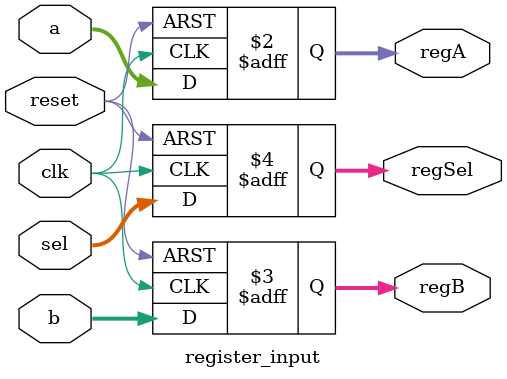
<source format=sv>
module register_input  #(parameter N=4)(input [3:0] sel, 
													 input [N-1:0] a,b,
													 input clk, reset,
													 output reg [N-1:0] regA, regB,
													 output reg [3:0] regSel);
													 
	always @(posedge clk or posedge reset) begin
	
		if(reset) begin
			regA <= 0;
			regB <= 0;
			regSel <= 0;
			end
		else begin
			regA <= a;
			regB <= b;
			regSel <= sel;
			end
			
	end
	
endmodule
</source>
